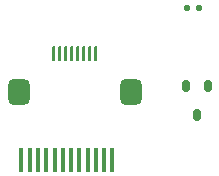
<source format=gtp>
G04*
G04 #@! TF.GenerationSoftware,Altium Limited,Altium Designer,21.0.8 (223)*
G04*
G04 Layer_Color=8421504*
%FSLAX25Y25*%
%MOIN*%
G70*
G04*
G04 #@! TF.SameCoordinates,DDAD6121-85C3-450B-9C8F-5C191A547606*
G04*
G04*
G04 #@! TF.FilePolarity,Positive*
G04*
G01*
G75*
G04:AMPARAMS|DCode=13|XSize=86mil|YSize=72mil|CornerRadius=18mil|HoleSize=0mil|Usage=FLASHONLY|Rotation=270.000|XOffset=0mil|YOffset=0mil|HoleType=Round|Shape=RoundedRectangle|*
%AMROUNDEDRECTD13*
21,1,0.08600,0.03600,0,0,270.0*
21,1,0.05000,0.07200,0,0,270.0*
1,1,0.03600,-0.01800,-0.02500*
1,1,0.03600,-0.01800,0.02500*
1,1,0.03600,0.01800,0.02500*
1,1,0.03600,0.01800,-0.02500*
%
%ADD13ROUNDEDRECTD13*%
G04:AMPARAMS|DCode=14|XSize=23.62mil|YSize=39.37mil|CornerRadius=5.91mil|HoleSize=0mil|Usage=FLASHONLY|Rotation=0.000|XOffset=0mil|YOffset=0mil|HoleType=Round|Shape=RoundedRectangle|*
%AMROUNDEDRECTD14*
21,1,0.02362,0.02756,0,0,0.0*
21,1,0.01181,0.03937,0,0,0.0*
1,1,0.01181,0.00591,-0.01378*
1,1,0.01181,-0.00591,-0.01378*
1,1,0.01181,-0.00591,0.01378*
1,1,0.01181,0.00591,0.01378*
%
%ADD14ROUNDEDRECTD14*%
G04:AMPARAMS|DCode=15|XSize=15.75mil|YSize=80mil|CornerRadius=3.94mil|HoleSize=0mil|Usage=FLASHONLY|Rotation=0.000|XOffset=0mil|YOffset=0mil|HoleType=Round|Shape=RoundedRectangle|*
%AMROUNDEDRECTD15*
21,1,0.01575,0.07213,0,0,0.0*
21,1,0.00787,0.08000,0,0,0.0*
1,1,0.00787,0.00394,-0.03606*
1,1,0.00787,-0.00394,-0.03606*
1,1,0.00787,-0.00394,0.03606*
1,1,0.00787,0.00394,0.03606*
%
%ADD15ROUNDEDRECTD15*%
G04:AMPARAMS|DCode=16|XSize=20mil|YSize=20mil|CornerRadius=5mil|HoleSize=0mil|Usage=FLASHONLY|Rotation=90.000|XOffset=0mil|YOffset=0mil|HoleType=Round|Shape=RoundedRectangle|*
%AMROUNDEDRECTD16*
21,1,0.02000,0.01000,0,0,90.0*
21,1,0.01000,0.02000,0,0,90.0*
1,1,0.01000,0.00500,0.00500*
1,1,0.01000,0.00500,-0.00500*
1,1,0.01000,-0.00500,-0.00500*
1,1,0.01000,-0.00500,0.00500*
%
%ADD16ROUNDEDRECTD16*%
G04:AMPARAMS|DCode=17|XSize=50mil|YSize=10mil|CornerRadius=2.5mil|HoleSize=0mil|Usage=FLASHONLY|Rotation=90.000|XOffset=0mil|YOffset=0mil|HoleType=Round|Shape=RoundedRectangle|*
%AMROUNDEDRECTD17*
21,1,0.05000,0.00500,0,0,90.0*
21,1,0.04500,0.01000,0,0,90.0*
1,1,0.00500,0.00250,0.02250*
1,1,0.00500,0.00250,-0.02250*
1,1,0.00500,-0.00250,-0.02250*
1,1,0.00500,-0.00250,0.02250*
%
%ADD17ROUNDEDRECTD17*%
D13*
X99126Y61500D02*
D03*
X62000D02*
D03*
D14*
X121260Y53689D02*
D03*
X117520Y63500D02*
D03*
X125000D02*
D03*
D15*
X93054Y38800D02*
D03*
X90298D02*
D03*
X84787D02*
D03*
X82031D02*
D03*
X73763D02*
D03*
X76519D02*
D03*
X65495D02*
D03*
X68251D02*
D03*
X87542D02*
D03*
X79275D02*
D03*
X71007D02*
D03*
X62739D02*
D03*
D16*
X118000Y89500D02*
D03*
X122000D02*
D03*
D17*
X73673Y73900D02*
D03*
X75642D02*
D03*
X77610D02*
D03*
X79579D02*
D03*
X81547D02*
D03*
X83516D02*
D03*
X85484D02*
D03*
X87453D02*
D03*
M02*

</source>
